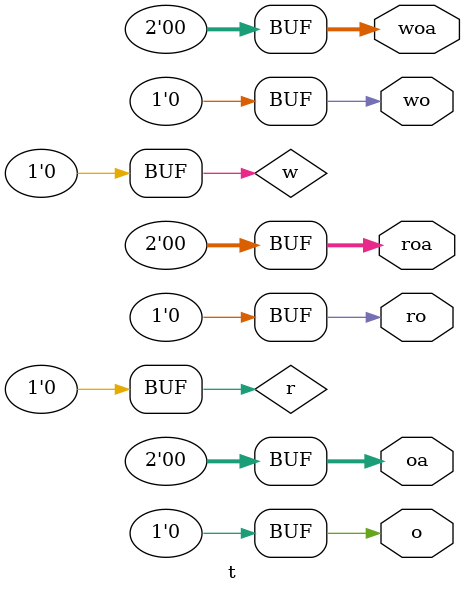
<source format=v>

module t (/*AUTOARG*/
   // Outputs
   o, oa, ro, roa, wo, woa
   );

   wire w;
   reg  r;
   output o;
   output [1:0] oa;
   output reg ro;
   output reg [1:0] roa;
   output wire wo;
   output wire [1:0] woa;
   //1800 only:
   //output var vo;
   //output var [1:0] voa;

   initial begin
      // Error
      w = 0;
      o = 0;
      oa = 0;
      wo = 0;
      woa = 0;
      // Not an error
      r = 0;
      ro = 0;
      roa = 0;
      //vo = 0;
      //voa = 0;
   end

endmodule

</source>
